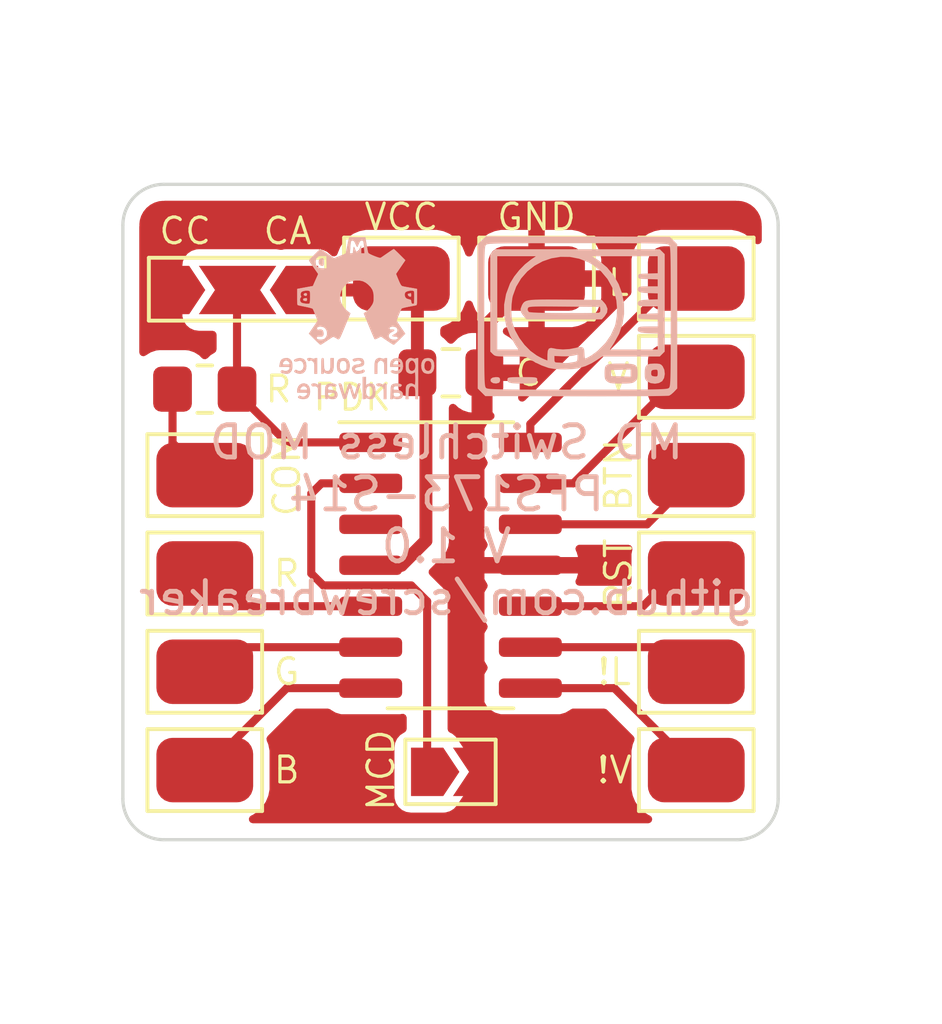
<source format=kicad_pcb>
(kicad_pcb (version 20211014) (generator pcbnew)
  (layers (0 "F.Cu" mixed) (31 "B.Cu" mixed) (34 "B.Paste" user) (35 "F.Paste" user) (36 "B.SilkS" user "B.Silkscreen") (37 "F.SilkS" user "F.Silkscreen") (38 "B.Mask" user) (39 "F.Mask" user) (44 "Edge.Cuts" user))
  (net 0 "")
  (net 1 "VCC")
  (net 2 "GND")
  (net 3 "RED")
  (net 4 "GREEN")
  (net 5 "BLUE")
  (net 6 "BUTTON")
  (net 7 "RESET_OUT")
  (net 8 "VIDEO")
  (net 9 "LANGUAGE")
  (net 10 "_VIDEO")
  (net 11 "_LANGUAGE")
  (net 12 "MCD_MODE")
  (net 13 "Net-(J12-Pad1)")
  (net 14 "LED_TYPE")
  (footprint "footprints:pad" (layer "F.Cu") (at 154.94 112.268)
    (fp_text reference "J11" hide)
    (fp_text value "Conn_01x01" hide)
    (pad "1" smd roundrect (at 0 0) (size 3 2) (layers "F.Cu" "F.Paste" "F.Mask") (net 10 "_VIDEO"))
  )
  (footprint "footprints:pad" (layer "F.Cu") (at 154.94 109.22)
    (fp_text reference "J10" hide)
    (fp_text value "Conn_01x01" hide)
    (pad "1" smd roundrect (at 0 0) (size 3 2) (layers "F.Cu" "F.Paste" "F.Mask") (net 11 "_LANGUAGE"))
  )
  (footprint "footprints:pad" (layer "F.Cu") (at 139.7 103.124)
    (fp_text reference "J12" hide)
    (fp_text value "Conn_01x01" hide)
    (pad "1" smd roundrect (at 0 0) (size 3 2) (layers "F.Cu" "F.Paste" "F.Mask") (net 13 "Net-(J12-Pad1)"))
  )
  (footprint "footprints:pad" (layer "F.Cu") (at 145.796 97.028)
    (fp_text reference "J1" hide)
    (fp_text value "Conn_01x01" hide)
    (pad "1" smd roundrect (at 0 0) (size 3 2) (layers "F.Cu" "F.Paste" "F.Mask") (net 1 "VCC"))
  )
  (footprint "footprints:pad" (layer "F.Cu") (at 139.7 106.172)
    (fp_text reference "J5" hide)
    (fp_text value "Conn_01x01" hide)
    (pad "1" smd roundrect (at 0 0) (size 3 2) (layers "F.Cu" "F.Paste" "F.Mask") (net 3 "RED"))
  )
  (footprint "Jumper:SolderJumper-3_P2.0mm_Open_TrianglePad1.0x1.5mm" (layer "F.Cu") (at 140.716 97.3836)
    (fp_text reference "JP2" hide)
    (fp_text value "Jumper_3_Open" hide)
    (pad "1" smd custom (at -2 0) (size 0.3 0.3) (layers "F.Cu" "F.Mask") (net 2 "GND") (options (clearance outline) (anchor rect)) (primitives (gr_poly (pts (xy 1 0) (xy 0.5 0.75) (xy -0.5 0.75) (xy -0.5 -0.75) (xy 0.5 -0.75)) (width 0) (fill yes))))
    (pad "2" smd custom (at 0 0) (size 0.3 0.3) (layers "F.Cu") (net 14 "LED_TYPE") (options (clearance outline) (anchor rect)) (primitives (gr_poly (pts (xy 0.7 0) (xy 1.2 0.75) (xy -1.2 0.75) (xy -0.7 0) (xy -1.2 -0.75) (xy 1.2 -0.75)) (width 0) (fill yes))))
    (pad "3" smd custom (at 2 0 180) (size 0.3 0.3) (layers "F.Cu" "F.Mask") (net 1 "VCC") (options (clearance outline) (anchor rect)) (primitives (gr_poly (pts (xy 1 0) (xy 0.5 0.75) (xy -0.5 0.75) (xy -0.5 -0.75) (xy 0.5 -0.75)) (width 0) (fill yes))))
  )
  (footprint "footprints:pad" (layer "F.Cu") (at 154.94 106.172)
    (fp_text reference "J7" hide)
    (fp_text value "Conn_01x01" hide)
    (pad "1" smd roundrect (at 0 0) (size 3 2) (layers "F.Cu" "F.Paste" "F.Mask") (net 7 "RESET_OUT"))
  )
  (footprint "Resistor_SMD:R_0805_2012Metric_Pad1.20x1.40mm_HandSolder" (layer "F.Cu") (at 139.7 100.457)
    (fp_text reference "R1" hide)
    (fp_text value "10K" hide)
    (pad "1" smd roundrect (at -1 0) (size 1.2 1.4) (layers "F.Cu" "F.Paste" "F.Mask") (roundrect_rratio 0.2083333333) (net 13 "Net-(J12-Pad1)"))
    (pad "2" smd roundrect (at 1 0) (size 1.2 1.4) (layers "F.Cu" "F.Paste" "F.Mask") (roundrect_rratio 0.2083333333) (net 14 "LED_TYPE"))
  )
  (footprint "Jumper:SolderJumper-2_P1.3mm_Open_TrianglePad1.0x1.5mm" (layer "F.Cu") (at 147.32 112.323)
    (fp_text reference "JP1" hide)
    (fp_text value "SolderJumper_2_Open" hide)
    (pad "1" smd custom (at -0.725 0) (size 0.3 0.3) (layers "F.Cu" "F.Mask") (net 12 "MCD_MODE") (options (clearance outline) (anchor rect)) (primitives (gr_poly (pts (xy 1 0) (xy 0.5 0.75) (xy -0.5 0.75) (xy -0.5 -0.75) (xy 0.5 -0.75)) (width 0) (fill yes))))
    (pad "2" smd custom (at 0.725 0) (size 0.3 0.3) (layers "F.Cu" "F.Mask") (net 2 "GND") (options (clearance outline) (anchor rect)) (primitives (gr_poly (pts (xy 0.5 0.75) (xy -0.65 0.75) (xy -0.15 0) (xy -0.65 -0.75) (xy 0.5 -0.75)) (width 0) (fill yes))))
  )
  (footprint "footprints:pad" (layer "F.Cu") (at 149.987 97.028)
    (fp_text reference "J2" hide)
    (fp_text value "Conn_01x01" hide)
    (pad "1" smd roundrect (at 0 0) (size 3 2) (layers "F.Cu" "F.Paste" "F.Mask") (net 2 "GND"))
  )
  (footprint "Package_SO:SO-14_3.9x8.65mm_P1.27mm" (layer "F.Cu") (at 147.32 105.918)
    (fp_text reference "U1" hide)
    (fp_text value "PFS173-S14" hide)
    (pad "1" smd roundrect (at -2.475 -3.81) (size 1.95 0.6) (layers "F.Cu" "F.Paste" "F.Mask") (net 14 "LED_TYPE"))
    (pad "2" smd roundrect (at -2.475 -2.54) (size 1.95 0.6) (layers "F.Cu" "F.Paste" "F.Mask") (net 12 "MCD_MODE"))
    (pad "3" smd roundrect (at -2.475 -1.27) (size 1.95 0.6) (layers "F.Cu" "F.Paste" "F.Mask"))
    (pad "4" smd roundrect (at -2.475 0) (size 1.95 0.6) (layers "F.Cu" "F.Paste" "F.Mask") (net 1 "VCC"))
    (pad "5" smd roundrect (at -2.475 1.27) (size 1.95 0.6) (layers "F.Cu" "F.Paste" "F.Mask") (net 3 "RED"))
    (pad "6" smd roundrect (at -2.475 2.54) (size 1.95 0.6) (layers "F.Cu" "F.Paste" "F.Mask") (net 4 "GREEN"))
    (pad "7" smd roundrect (at -2.475 3.81) (size 1.95 0.6) (layers "F.Cu" "F.Paste" "F.Mask") (net 5 "BLUE"))
    (pad "8" smd roundrect (at 2.475 3.81) (size 1.95 0.6) (layers "F.Cu" "F.Paste" "F.Mask") (net 10 "_VIDEO"))
    (pad "9" smd roundrect (at 2.475 2.54) (size 1.95 0.6) (layers "F.Cu" "F.Paste" "F.Mask") (net 11 "_LANGUAGE"))
    (pad "10" smd roundrect (at 2.475 1.27) (size 1.95 0.6) (layers "F.Cu" "F.Paste" "F.Mask") (net 7 "RESET_OUT"))
    (pad "11" smd roundrect (at 2.475 0) (size 1.95 0.6) (layers "F.Cu" "F.Paste" "F.Mask") (net 2 "GND"))
    (pad "12" smd roundrect (at 2.475 -1.27) (size 1.95 0.6) (layers "F.Cu" "F.Paste" "F.Mask") (net 6 "BUTTON"))
    (pad "13" smd roundrect (at 2.475 -2.54) (size 1.95 0.6) (layers "F.Cu" "F.Paste" "F.Mask") (net 8 "VIDEO"))
    (pad "14" smd roundrect (at 2.475 -3.81) (size 1.95 0.6) (layers "F.Cu" "F.Paste" "F.Mask") (net 9 "LANGUAGE"))
  )
  (footprint "footprints:pad" (layer "F.Cu") (at 154.94 97.028)
    (fp_text reference "J8" hide)
    (fp_text value "Conn_01x01" hide)
    (pad "1" smd roundrect (at 0 0) (size 3 2) (layers "F.Cu" "F.Paste" "F.Mask") (net 9 "LANGUAGE"))
  )
  (footprint "footprints:pad" (layer "F.Cu") (at 139.7 109.22)
    (fp_text reference "J4" hide)
    (fp_text value "Conn_01x01" hide)
    (pad "1" smd roundrect (at 0 0) (size 3 2) (layers "F.Cu" "F.Paste" "F.Mask") (net 4 "GREEN"))
  )
  (footprint "footprints:pad" (layer "F.Cu") (at 139.7 112.268)
    (fp_text reference "J3" hide)
    (fp_text value "Conn_01x01" hide)
    (pad "1" smd roundrect (at 0 0) (size 3 2) (layers "F.Cu" "F.Paste" "F.Mask") (net 5 "BLUE"))
  )
  (footprint "footprints:pad" (layer "F.Cu") (at 154.94 100.076)
    (fp_text reference "J9" hide)
    (fp_text value "Conn_01x01" hide)
    (pad "1" smd roundrect (at 0 0) (size 3 2) (layers "F.Cu" "F.Paste" "F.Mask") (net 8 "VIDEO"))
  )
  (footprint "footprints:pad" (layer "F.Cu") (at 154.94 103.124)
    (fp_text reference "J6" hide)
    (fp_text value "Conn_01x01" hide)
    (pad "1" smd roundrect (at 0 0) (size 3 2) (layers "F.Cu" "F.Paste" "F.Mask") (net 6 "BUTTON"))
  )
  (footprint "Capacitor_SMD:C_0805_2012Metric_Pad1.18x1.45mm_HandSolder" (layer "F.Cu") (at 147.33075 99.949)
    (fp_text reference "C1" hide)
    (fp_text value "100nF" hide)
    (pad "1" smd roundrect (at -1.0375 0) (size 1.175 1.45) (layers "F.Cu" "F.Paste" "F.Mask") (roundrect_rratio 0.2127659574) (net 1 "VCC"))
    (pad "2" smd roundrect (at 1.0375 0) (size 1.175 1.45) (layers "F.Cu" "F.Paste" "F.Mask") (roundrect_rratio 0.2127659574) (net 2 "GND"))
  )
  (footprint "footprints:OSHW" (layer "B.Cu") (at 144.399 98.298 180)
    (fp_text reference "V2" hide)
    (fp_text value "OSHW" hide)
  )
  (footprint "footprints:md_pic" (layer "B.Cu") (at 151.257 98.171 180)
    (fp_text reference "V1" hide)
    (fp_text value "md img" hide)
  )
  (gr_arc (start 157.48 113.157) (mid 157.108026 114.055026) (end 156.21 114.427) (layer "Edge.Cuts") (width 0.1))
  (gr_arc (start 156.21 94.107) (mid 157.108026 94.478974) (end 157.48 95.377) (layer "Edge.Cuts") (width 0.1))
  (gr_line (start 156.21 94.107) (end 138.43 94.107) (layer "Edge.Cuts") (width 0.1))
  (gr_arc (start 138.43 114.427) (mid 137.531974 114.055026) (end 137.16 113.157) (layer "Edge.Cuts") (width 0.1))
  (gr_line (start 138.43 114.427) (end 156.21 114.427) (layer "Edge.Cuts") (width 0.1))
  (gr_line (start 157.48 113.157) (end 157.48 95.377) (layer "Edge.Cuts") (width 0.1))
  (gr_line (start 137.16 95.377) (end 137.16 113.157) (layer "Edge.Cuts") (width 0.1))
  (gr_arc (start 137.16 95.377) (mid 137.531974 94.478974) (end 138.43 94.107) (layer "Edge.Cuts") (width 0.1))
  (gr_text "MD Switchless MOD\nPFS173-S14\nV 1.0\ngithub.com/screwbreaker" (at 147.193 104.521) (layer "B.SilkS") (effects (font (size 1 1)) (justify mirror)))
  (gr_text "RST" (at 152.527 106.172001 90) (layer "F.SilkS") (effects (font (size 0.8 0.8) (thickness 0.1))))
  (gr_text "!V" (at 152.4 112.268) (layer "F.SilkS") (effects (font (size 0.8 0.8) (thickness 0.1))))
  (gr_text "GND" (at 149.987 95.123) (layer "F.SilkS") (effects (font (size 0.8 0.8) (thickness 0.1))))
  (gr_text "VCC" (at 145.796 95.123) (layer "F.SilkS") (effects (font (size 0.8 0.8) (thickness 0.1))))
  (gr_text "BTN" (at 152.527 103.124001 90) (layer "F.SilkS") (effects (font (size 0.8 0.8) (thickness 0.1))))
  (gr_text "CA" (at 142.2654 95.5548) (layer "F.SilkS") (effects (font (size 0.8 0.8) (thickness 0.1))))
  (gr_text "CC" (at 139.0904 95.5548) (layer "F.SilkS") (effects (font (size 0.8 0.8) (thickness 0.1))))
  (gr_text "L" (at 152.527 97.155) (layer "F.SilkS") (effects (font (size 0.8 0.8) (thickness 0.1))))
  (gr_text "C" (at 149.733 99.949) (layer "F.SilkS") (effects (font (size 0.8 0.8) (thickness 0.1))))
  (gr_text "G" (at 142.24 109.22) (layer "F.SilkS") (effects (font (size 0.8 0.8) (thickness 0.1))))
  (gr_text "V" (at 152.527 100.076) (layer "F.SilkS") (effects (font (size 0.8 0.8) (thickness 0.1))))
  (gr_text "COM" (at 142.24 103.124 90) (layer "F.SilkS") (effects (font (size 0.8 0.8) (thickness 0.1))))
  (gr_text "PDK" (at 144.272 100.711) (layer "F.SilkS") (effects (font (size 0.8 0.8) (thickness 0.1))))
  (gr_text "B" (at 142.24 112.268) (layer "F.SilkS") (effects (font (size 0.8 0.8) (thickness 0.1))))
  (gr_text "R" (at 141.986 100.457) (layer "F.SilkS") (effects (font (size 0.8 0.8) (thickness 0.1))))
  (gr_text "!L" (at 152.4 109.22) (layer "F.SilkS") (effects (font (size 0.8 0.8) (thickness 0.1))))
  (gr_text "MCD" (at 145.161 112.268 90) (layer "F.SilkS") (effects (font (size 0.8 0.8) (thickness 0.1))))
  (gr_text "R" (at 142.24 106.172) (layer "F.SilkS") (effects (font (size 0.8 0.8) (thickness 0.1))))
  (segment (start 142.716 97.3836) (end 145.4404 97.3836) (width 0.4) (layer "F.Cu") (net 1))
  (segment (start 146.29325 97.77925) (end 145.796 97.282) (width 0.4) (layer "F.Cu") (net 1))
  (segment (start 146.558 100.21375) (end 146.29325 99.949) (width 0.4) (layer "F.Cu") (net 1))
  (segment (start 146.29325 99.949) (end 146.29325 97.52525) (width 0.4) (layer "F.Cu") (net 1))
  (segment (start 145.796 105.918) (end 146.558 105.156) (width 0.4) (layer "F.Cu") (net 1))
  (segment (start 144.845 105.918) (end 145.796 105.918) (width 0.4) (layer "F.Cu") (net 1))
  (segment (start 146.558 105.156) (end 146.558 100.21375) (width 0.4) (layer "F.Cu") (net 1))
  (segment (start 145.4404 97.3836) (end 145.796 97.028) (width 0.4) (layer "F.Cu") (net 1))
  (segment (start 146.29325 97.52525) (end 145.796 97.028) (width 0.4) (layer "F.Cu") (net 1))
  (segment (start 148.172 100.14525) (end 148.36825 99.949) (width 0.4) (layer "F.Cu") (net 2))
  (segment (start 149.987 97.028) (end 149.86 97.028) (width 0.4) (layer "F.Cu") (net 2))
  (segment (start 148.172 105.754) (end 148.172 100.14525) (width 0.4) (layer "F.Cu") (net 2))
  (segment (start 149.86 97.028) (end 148.36825 98.51975) (width 0.4) (layer "F.Cu") (net 2))
  (segment (start 148.36825 99.949) (end 148.36825 98.51975) (width 0.4) (layer "F.Cu") (net 2))
  (segment (start 148.172 112.323) (end 148.172 105.754) (width 0.4) (layer "F.Cu") (net 2))
  (segment (start 149.795 105.918) (end 148.336 105.918) (width 0.4) (layer "F.Cu") (net 2))
  (segment (start 148.336 105.918) (end 148.172 105.754) (width 0.4) (layer "F.Cu") (net 2))
  (segment (start 144.845 107.188) (end 140.716 107.188) (width 0.25) (layer "F.Cu") (net 3))
  (segment (start 140.716 107.188) (end 139.7 106.172) (width 0.25) (layer "F.Cu") (net 3))
  (segment (start 144.845 108.458) (end 140.462 108.458) (width 0.25) (layer "F.Cu") (net 4))
  (segment (start 140.462 108.458) (end 139.7 109.22) (width 0.25) (layer "F.Cu") (net 4))
  (segment (start 144.845 109.728) (end 142.24 109.728) (width 0.25) (layer "F.Cu") (net 5))
  (segment (start 142.24 109.728) (end 139.7 112.268) (width 0.25) (layer "F.Cu") (net 5))
  (segment (start 154.305 103.124) (end 154.94 103.124) (width 0.25) (layer "F.Cu") (net 6))
  (segment (start 153.416 104.648) (end 154.94 103.124) (width 0.25) (layer "F.Cu") (net 6))
  (segment (start 149.795 104.648) (end 153.416 104.648) (width 0.25) (layer "F.Cu") (net 6))
  (segment (start 154.305 106.172) (end 154.94 106.172) (width 0.25) (layer "F.Cu") (net 7))
  (segment (start 153.289 107.188) (end 154.305 106.172) (width 0.25) (layer "F.Cu") (net 7))
  (segment (start 149.795 107.188) (end 153.289 107.188) (width 0.25) (layer "F.Cu") (net 7))
  (segment (start 154.432 100.076) (end 154.94 100.076) (width 0.25) (layer "F.Cu") (net 8))
  (segment (start 149.795 103.378) (end 151.13 103.378) (width 0.25) (layer "F.Cu") (net 8))
  (segment (start 151.13 103.378) (end 154.432 100.076) (width 0.25) (layer "F.Cu") (net 8))
  (segment (start 149.795 102.108) (end 149.795 101.538) (width 0.25) (layer "F.Cu") (net 9))
  (segment (start 154.305 97.028) (end 154.94 97.028) (width 0.25) (layer "F.Cu") (net 9))
  (segment (start 149.795 101.538) (end 154.305 97.028) (width 0.25) (layer "F.Cu") (net 9))
  (segment (start 149.795 109.728) (end 152.4 109.728) (width 0.25) (layer "F.Cu") (net 10))
  (segment (start 152.4 109.728) (end 154.94 112.268) (width 0.25) (layer "F.Cu") (net 10))
  (segment (start 149.795 108.458) (end 154.178 108.458) (width 0.25) (layer "F.Cu") (net 11))
  (segment (start 154.178 108.458) (end 154.94 109.22) (width 0.25) (layer "F.Cu") (net 11))
  (segment (start 143.002 103.6955) (end 143.3195 103.378) (width 0.25) (layer "F.Cu") (net 12))
  (segment (start 143.3195 103.378) (end 144.845 103.378) (width 0.25) (layer "F.Cu") (net 12))
  (segment (start 145.221072 103.378) (end 144.845 103.378) (width 0.25) (layer "F.Cu") (net 12))
  (segment (start 143.002 106.172) (end 143.002 103.6955) (width 0.25) (layer "F.Cu") (net 12))
  (segment (start 146.595 107.0345) (end 146.10302 106.54252) (width 0.25) (layer "F.Cu") (net 12))
  (segment (start 146.595 112.323) (end 146.595 107.0345) (width 0.25) (layer "F.Cu") (net 12))
  (segment (start 143.37252 106.54252) (end 143.002 106.172) (width 0.25) (layer "F.Cu") (net 12))
  (segment (start 146.10302 106.54252) (end 143.37252 106.54252) (width 0.25) (layer "F.Cu") (net 12))
  (segment (start 138.7 102.124) (end 138.7 100.457) (width 0.25) (layer "F.Cu") (net 13))
  (segment (start 139.7 103.124) (end 138.7 102.124) (width 0.25) (layer "F.Cu") (net 13))
  (segment (start 140.7 100.568) (end 140.7 100.457) (width 0.25) (layer "F.Cu") (net 14))
  (segment (start 140.7 100.457) (end 140.7 97.3996) (width 0.25) (layer "F.Cu") (net 14))
  (segment (start 144.845 102.108) (end 142.24 102.108) (width 0.25) (layer "F.Cu") (net 14))
  (segment (start 142.24 102.108) (end 140.7 100.568) (width 0.25) (layer "F.Cu") (net 14))
  (zone locked (net 2) (net_name "GND") (layer "F.Cu") (name "GND") (connect_pads (clearance 0.508)) (min_thickness 0.254) (fill yes (thermal_gap 0.508) (thermal_bridge_width 0.508))
    (polygon (pts (xy 162.56 120.142) (xy 133.35 120.142) (xy 133.35 88.392) (xy 162.56 88.392)))
  )
)
</source>
